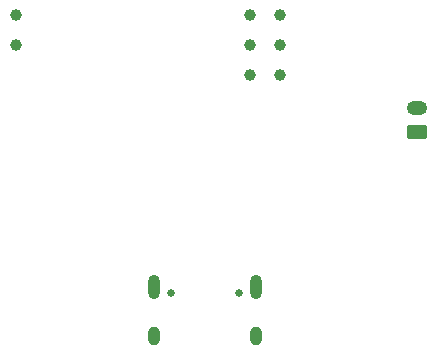
<source format=gbr>
%TF.GenerationSoftware,KiCad,Pcbnew,9.0.6*%
%TF.CreationDate,2026-01-06T14:18:23+01:00*%
%TF.ProjectId,EnviroLind,456e7669-726f-44c6-996e-642e6b696361,rev?*%
%TF.SameCoordinates,Original*%
%TF.FileFunction,Soldermask,Bot*%
%TF.FilePolarity,Negative*%
%FSLAX46Y46*%
G04 Gerber Fmt 4.6, Leading zero omitted, Abs format (unit mm)*
G04 Created by KiCad (PCBNEW 9.0.6) date 2026-01-06 14:18:23*
%MOMM*%
%LPD*%
G01*
G04 APERTURE LIST*
G04 Aperture macros list*
%AMRoundRect*
0 Rectangle with rounded corners*
0 $1 Rounding radius*
0 $2 $3 $4 $5 $6 $7 $8 $9 X,Y pos of 4 corners*
0 Add a 4 corners polygon primitive as box body*
4,1,4,$2,$3,$4,$5,$6,$7,$8,$9,$2,$3,0*
0 Add four circle primitives for the rounded corners*
1,1,$1+$1,$2,$3*
1,1,$1+$1,$4,$5*
1,1,$1+$1,$6,$7*
1,1,$1+$1,$8,$9*
0 Add four rect primitives between the rounded corners*
20,1,$1+$1,$2,$3,$4,$5,0*
20,1,$1+$1,$4,$5,$6,$7,0*
20,1,$1+$1,$6,$7,$8,$9,0*
20,1,$1+$1,$8,$9,$2,$3,0*%
G04 Aperture macros list end*
%ADD10C,0.650000*%
%ADD11O,1.000000X2.100000*%
%ADD12O,1.000000X1.600000*%
%ADD13C,1.000000*%
%ADD14RoundRect,0.250000X0.625000X-0.350000X0.625000X0.350000X-0.625000X0.350000X-0.625000X-0.350000X0*%
%ADD15O,1.750000X1.200000*%
G04 APERTURE END LIST*
D10*
%TO.C,J1*%
X98706000Y-116254000D03*
X104486000Y-116254000D03*
D11*
X97276000Y-115754000D03*
D12*
X97276000Y-119934000D03*
D11*
X105916000Y-115754000D03*
D12*
X105916000Y-119934000D03*
%TD*%
D13*
%TO.C,TP1*%
X107950000Y-92710000D03*
%TD*%
%TO.C,TP2*%
X105410000Y-92710000D03*
%TD*%
%TO.C,TP6*%
X105410000Y-97790000D03*
%TD*%
%TO.C,TP4*%
X105410000Y-95250000D03*
%TD*%
%TO.C,TP5*%
X107950000Y-97790000D03*
%TD*%
%TO.C,TP7*%
X85598000Y-95250000D03*
%TD*%
D14*
%TO.C,J3*%
X119507000Y-102616000D03*
D15*
X119507000Y-100616000D03*
%TD*%
D13*
%TO.C,TP3*%
X107950000Y-95250000D03*
%TD*%
%TO.C,TP8*%
X85598000Y-92710000D03*
%TD*%
M02*

</source>
